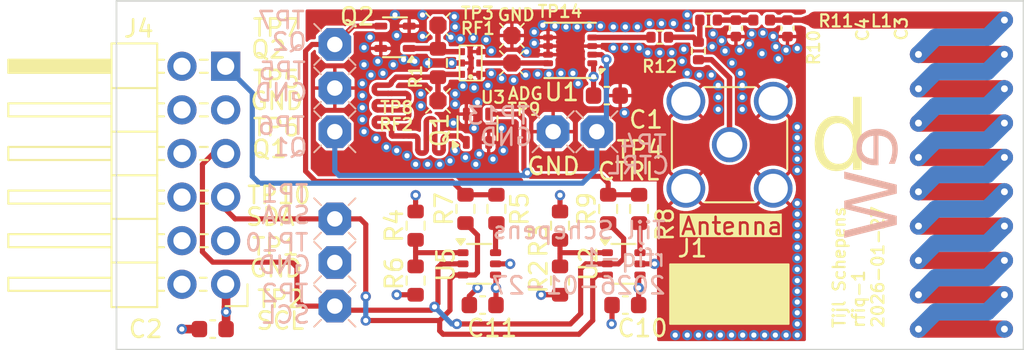
<source format=kicad_pcb>
(kicad_pcb (version 20241229) (generator "pcbnew") (generator_version "9.0")
  (title_block (date "2026-01-27") (rev "1a"))
  (layers (0 "F.Cu" signal) (4 "In1.Cu" signal) (6 "In2.Cu" signal) (2 "B.Cu" signal) (13 "F.Paste" user) (15 "B.Paste" user) (5 "F.SilkS" user "F.Silkscreen") (7 "B.SilkS" user "B.Silkscreen") (1 "F.Mask" user) (3 "B.Mask" user) (25 "Edge.Cuts" user))
  (property "ProjectEngineer" "Tijl Schepens")
  (property "ProjectName" "rfiq-1")
  (property "ProjectTitle" "IQ-modulator based RF-frontend")
  (net 0 "")
  (net 1 "GND")
  (net 2 "VCC")
  (net 3 "/IO1")
  (net 5 "/SDA")
  (net 6 "VBAT")
  (net 7 "/SCL")
  (net 9 "/ANT")
  (net 10 "/RF2")
  (net 11 "/RF1")
  (net 12 "/ADG")
  (net 13 "/GQ1")
  (net 14 "/GQ2")
  (net 15 "Net-(U2-ADDR)")
  (net 16 "Net-(U5-ADDR)")
  (net 17 "Net-(U5-VOUT)")
  (net 18 "Net-(U2-VOUT)")
  (net 19 "/PCB_ANT")
  (net 20 "/COMP")
  (net 21 "/ANT_CONN")
  (net 25 "/AS")
  (footprint "Package_TO_SOT_SMD:SC-82AA" (layer "F.Cu") (at 173.8 84.8 180)
    (property "Reference" "Q2")
    (property "Value" "SAV-551+" (hide yes))
  )
  (footprint "Generic:Testpoint_THT" (layer "F.Cu") (at 170.3 97.92)
    (property "Reference" "TP10")
    (property "Value" "GND" (hide yes))
  )
  (footprint "Generic:Testpoint_THT" (layer "F.Cu") (at 170.3 90.3)
    (property "Reference" "TP6")
    (property "Value" "Q1" (hide yes))
  )
  (footprint "Generic:Testpoint_SMD_S" (layer "F.Cu") (at 176.3 88.5)
    (property "Reference" "TP8")
    (property "Value" "RF2" (hide yes))
  )
  (footprint "Resistor_SMD:R_0402_1005Metric" (layer "F.Cu") (at 191.45 85.6 90)
    (property "Reference" "R10")
    (property "Value" "0" (hide yes))
  )
  (footprint "Generic:Testpoint_THT" (layer "F.Cu") (at 170.3 100.46)
    (property "Reference" "TP2")
    (property "Value" "SCL" (hide yes))
  )
  (footprint "Inductor_SMD:L_0402_1005Metric" (layer "F.Cu") (at 195.13 83.8 180)
    (property "Reference" "L1")
    (property "Value" "L" (hide yes))
  )
  (footprint "Generic:Testpoint_THT" (layer "F.Cu") (at 170.3 87.76)
    (property "Reference" "TP5")
    (property "Value" "GND" (hide yes))
  )
  (footprint "Generic:Testpoint_SMD_S" (layer "F.Cu") (at 176.3 84.1)
    (property "Reference" "TP3")
    (property "Value" "RF1" (hide yes))
  )
  (footprint "Capacitor_SMD:C_0603_1608Metric" (layer "F.Cu") (at 186.125 88.2)
    (property "Reference" "C1")
    (property "Value" "100nF" (hide yes))
  )
  (footprint "Capacitor_SMD:C_0402_1005Metric" (layer "F.Cu") (at 193.63 84.28 -90)
    (property "Reference" "C4")
    (property "Value" "C" (hide yes))
  )
  (footprint "Generic:Testpoint_THT" (layer "F.Cu") (at 185.54 90.3)
    (property "Reference" "TP4")
    (property "Value" "CTRL" (hide yes))
  )
  (footprint "Resistor_SMD:R_0603_1608Metric" (layer "F.Cu") (at 186.2 94.8 -90)
    (property "Reference" "R9")
    (property "Value" "0" (hide yes))
  )
  (footprint "Package_TO_SOT_SMD:SOT-363_SC-70-6" (layer "F.Cu") (at 178.7 98)
    (property "Reference" "U5")
    (property "Value" "AD5612AKSZ" (hide yes))
  )
  (footprint "Resistor_SMD:R_0603_1608Metric" (layer "F.Cu") (at 176.3 86.3 -90)
    (property "Reference" "R1")
    (property "Value" "100" (hide yes))
  )
  (footprint "Generic:Testpoint_THT" (layer "F.Cu") (at 170.3 85.22)
    (property "Reference" "TP7")
    (property "Value" "Q2" (hide yes))
  )
  (footprint "Resistor_SMD:R_0603_1608Metric" (layer "F.Cu") (at 183.4 98.975 -90)
    (property "Reference" "R2")
    (property "Value" "0" (hide yes))
  )
  (footprint "Resistor_SMD:R_0603_1608Metric" (layer "F.Cu") (at 177.9 94.8 -90)
    (property "Reference" "R7")
    (property "Value" "0" (hide yes))
  )
  (footprint "Generic:Testpoint_THT" (layer "F.Cu") (at 183 90.3)
    (property "Reference" "TP13" (hide yes))
    (property "Value" "GND" (hide yes))
  )
  (footprint "Resistor_SMD:R_0603_1608Metric" (layer "F.Cu") (at 188 94.8 -90)
    (property "Reference" "R8")
    (property "Value" "0" (hide yes))
  )
  (footprint "Capacitor_SMD:C_0603_1608Metric" (layer "F.Cu") (at 187.2 100.4 180)
    (property "Reference" "C10")
    (property "Value" "100nF" (hide yes))
  )
  (footprint "RF_Antenna:Texas_SWRA416_868MHz_915MHz" (layer "F.Cu") (at 203.45 92.8 -90)
    (property "Reference" "AE1" (hide yes))
    (property "Value" "SWRA416" (hide yes))
  )
  (footprint "Resistor_SMD:R_0603_1608Metric" (layer "F.Cu") (at 179.7 94.8 -90)
    (property "Reference" "R5")
    (property "Value" "0" (hide yes))
  )
  (footprint "Generic:Testpoint_THT" (layer "F.Cu") (at 170.3 95.38)
    (property "Reference" "TP1")
    (property "Value" "SDA" (hide yes))
  )
  (footprint "Resistor_SMD:R_0402_1005Metric" (layer "F.Cu") (at 189.2 84.8 180)
    (property "Reference" "R12")
    (property "Value" "0" (hide yes))
  )
  (footprint "Generic:Testpoint_SMD_S" (layer "F.Cu") (at 180.6 86.3)
    (property "Reference" "TP9")
    (property "Value" "ADG" (hide yes))
  )
  (footprint "Resistor_SMD:R_0603_1608Metric" (layer "F.Cu") (at 175 98.975 -90)
    (property "Reference" "R6")
    (property "Value" "0" (hide yes))
  )
  (footprint "Connector_Coaxial:SMA_Amphenol_901-144_Vertical" (layer "F.Cu") (at 193.26 91.06 -90)
    (property "Reference" "J1")
    (property "Value" "Antenna")
  )
  (footprint "Capacitor_SMD:C_0603_1608Metric" (layer "F.Cu") (at 178.9 100.4 180)
    (property "Reference" "C11")
    (property "Value" "100nF" (hide yes))
  )
  (footprint "TTM Technologies:PD0810J5050S2HF" (layer "F.Cu") (at 178.2 86.3 90)
    (property "Reference" "U3")
    (property "Value" "PD0810J5050S2HF" (hide yes))
  )
  (footprint "Generic:PMOD_2x06_P2.54mm_Male" (layer "F.Cu") (at 163.95 99.19 180)
    (property "Reference" "J4")
    (property "Value" "RF")
  )
  (footprint "Generic:Testpoint_SMD_S" (layer "F.Cu") (at 180.6 84.7)
    (property "Reference" "TP14")
    (property "Value" "GND" (hide yes))
  )
  (footprint "Resistor_SMD:R_0603_1608Metric" (layer "F.Cu") (at 175 95.775 -90)
    (property "Reference" "R4")
    (property "Value" "0" (hide yes))
  )
  (footprint "Resistor_SMD:R_0603_1608Metric" (layer "F.Cu") (at 183.4 95.775 -90)
    (property "Reference" "R3")
    (property "Value" "0" (hide yes))
  )
  (footprint "Package_TO_SOT_SMD:SC-82AA" (layer "F.Cu") (at 178.6 90.1 90)
    (property "Reference" "Q1")
    (property "Value" "SAV-551+" (hide yes))
  )
  (footprint "Resistor_SMD:R_0402_1005Metric" (layer "F.Cu") (at 192.04 83.8)
    (property "Reference" "R11")
    (property "Value" "0" (hide yes))
  )
  (footprint "Capacitor_SMD:C_0402_1005Metric" (layer "F.Cu") (at 196.63 84.28 -90)
    (property "Reference" "C3")
    (property "Value" "C" (hide yes))
  )
  (footprint "Capacitor_SMD:C_0603_1608Metric" (layer "F.Cu") (at 163.2 101.8 180)
    (property "Reference" "C2")
    (property "Value" "10µF" (hide yes))
  )
  (footprint "Package_CSP:LFCSP-8-1EP_3x3mm_P0.5mm_EP1.45x1.74mm" (layer "F.Cu") (at 183.99 85.565 180)
    (property "Reference" "U1")
    (property "Value" "ADG901BCPZ" (hide yes))
  )
  (footprint "Package_TO_SOT_SMD:SOT-363_SC-70-6" (layer "F.Cu") (at 187.1 98)
    (property "Reference" "U2")
    (property "Value" "AD5612AKSZ" (hide yes))
  )
  (gr_rect (start 189.8 98.025) (end 196.7 101.5) (stroke (width 0.1)) (fill yes) (layer "F.SilkS"))
  (gr_rect (start 157.6 82.68) (end 210.36 103) (stroke (width 0.1)) (fill no) (layer "Edge.Cuts"))
  (gr_text "${ProjectEngineer}\n${ProjectName}\n${ISSUE_DATE}" (at 202.3 101.8 90) (layer "F.SilkS") (effects (font (size 0.7 0.7) (thickness 0.13) (bold yes)) (justify left bottom)))
  (gr_text "d" (at 197.9 93.2 0) (layer "F.SilkS") (effects (font (size 4 4) (thickness 0.1)) (justify left bottom)))
  (gr_text "${ProjectEngineer}\n${ProjectName}\n${ISSUE_DATE}" (at 189.625 99.85 0) (layer "B.SilkS") (effects (font (size 1 1)) (justify left bottom mirror)))
  (gr_text "eW" (at 203.5 89.9 90) (layer "B.SilkS") (effects (font (size 3 3) (thickness 0.1)) (justify left bottom mirror)))
  (segment (start 186.425 100.4) (end 186.425 101.475) (width 0.3) (layer "F.Cu") (net 1))
  (segment (start 178.6915 86.96) (end 179.35 86.96) (width 0.32) (layer "F.Cu") (net 1))
  (segment (start 179.65 98) (end 180.5 98) (width 0.3) (layer "F.Cu") (net 1))
  (segment (start 162.425 101.8) (end 161.4 101.8) (width 0.5) (layer "F.Cu") (net 1))
  (segment (start 188.05 98) (end 188.9 98) (width 0.3) (layer "F.Cu") (net 1))
  (segment (start 178.125 99.875) (end 178.6 99.4) (width 0.3) (layer "F.Cu") (net 1))
  (segment (start 178.125 100.4) (end 178.125 99.875) (width 0.3) (layer "F.Cu") (net 1))
  (segment (start 186.425 101.475) (end 186.4 101.5) (width 0.3) (layer "F.Cu") (net 1))
  (segment (start 179.35 86.96) (end 179.4 86.91) (width 0.32) (layer "F.Cu") (net 1))
  (segment (start 175 99.8) (end 173.9 99.8) (width 0.3) (layer "F.Cu") (net 1))
  (segment (start 179.36 85.64) (end 179.4 85.6) (width 0.32) (layer "F.Cu") (net 1))
  (segment (start 177.705 86.3) (end 177.1 86.3) (width 0.32) (layer "F.Cu") (net 1))
  (segment (start 183.4 99.8) (end 182.3 99.8) (width 0.3) (layer "F.Cu") (net 1))
  (segment (start 174.625 84.15) (end 174.45 84.15) (width 0.3) (layer "F.Cu") (net 1))
  (segment (start 178.695 85.64) (end 179.36 85.64) (width 0.32) (layer "F.Cu") (net 1))
  (via (at 181.9 84.5) (size 0.6) (drill 0.3) (layers "F.Cu" "B.Cu") (net 1))
  (via (at 177.9 91.8) (size 0.6) (drill 0.3) (layers "F.Cu" "B.Cu") (net 1))
  (via (at 182.1 86.95) (size 0.6) (drill 0.3) (layers "F.Cu" "B.Cu") (net 1))
  (via (at 174.95 86.2) (size 0.6) (drill 0.3) (layers "F.Cu" "B.Cu") (net 1))
  (via (at 197.2 97.675) (size 0.6) (drill 0.3) (layers "F.Cu" "B.Cu") (net 1))
  (via (at 197.2 100.225) (size 0.6) (drill 0.3) (layers "F.Cu" "B.Cu") (net 1))
  (via (at 171.9 87.5) (size 0.6) (drill 0.3) (layers "F.Cu" "B.Cu") (net 1))
  (via (at 190.5 86.2) (size 0.6) (drill 0.3) (layers "F.Cu" "B.Cu") (net 1))
  (via (at 197.2 92.55) (size 0.6) (drill 0.3) (layers "F.Cu" "B.Cu") (net 1))
  (via (at 177.75 87.65) (size 0.6) (drill 0.3) (layers "F.Cu" "B.Cu") (net 1))
  (via (at 194 88.3) (size 0.6) (drill 0.3) (layers "F.Cu" "B.Cu") (net 1))
  (via (at 178.5 92.2) (size 0.6) (drill 0.3) (layers "F.Cu" "B.Cu") (net 1))
  (via (at 192.3 84.6) (size 0.6) (drill 0.3) (layers "F.Cu" "B.Cu") (net 1))
  (via (at 186.5 85.425) (size 0.6) (drill 0.3) (layers "F.Cu" "B.Cu") (net 1))
  (via (at 177.1 86.3) (size 0.6) (drill 0.3) (layers "F.Cu" "B.Cu") (net 1))
  (via (at 190.8 83.5) (size 0.6) (drill 0.3) (layers "F.Cu" "B.Cu") (net 1))
  (via (at 177.3 88.1) (size 0.6) (drill 0.3) (layers "F.Cu" "B.Cu") (net 1))
  (via (at 197.2 95.725) (size 0.6) (drill 0.3) (layers "F.Cu" "B.Cu") (net 1))
  (via (at 175.4 84.75) (size 0.6) (drill 0.3) (layers "F.Cu" "B.Cu") (net 1))
  (via (at 180.5 98) (size 0.6) (drill 0.3) (layers "F.Cu" "B.Cu") (net 1))
  (via (at 171.9 89.6) (size 0.6) (drill 0.3) (layers "F.Cu" "B.Cu") (net 1))
  (via (at 193.375 102.15) (size 0.6) (drill 0.3) (layers "F.Cu" "B.Cu") (net 1))
  (via (at 177.3 88.7) (size 0.6) (drill 0.3) (layers "F.Cu" "B.Cu") (net 1))
  (via (at 177.3 84.2) (size 0.6) (drill 0.3) (layers "F.Cu" "B.Cu") (net 1))
  (via (at 182.3 99.8) (size 0.6) (drill 0.3) (layers "F.Cu" "B.Cu") (net 1))
  (via (at 177.3 91.4) (size 0.6) (drill 0.3) (layers "F.Cu" "B.Cu") (net 1))
  (via (at 171.9 88.2) (size 0.6) (drill 0.3) (layers "F.Cu" "B.Cu") (net 1))
  (via (at 189.9 85.7) (size 0.6) (drill 0.3) (layers "F.Cu" "B.Cu") (net 1))
  (via (at 182.4 84.1) (size 0.6) (drill 0.3) (layers "F.Cu" "B.Cu") (net 1))
  (via (at 197.2 98.325) (size 0.6) (drill 0.3) (layers "F.Cu" "B.Cu") (net 1))
  (via (at 197.2 97.025) (size 0.6) (drill 0.3) (layers "F.Cu" "B.Cu") (net 1))
  (via (at 173.1 86.9) (size 0.6) (drill 0.3) (layers "F.Cu" "B.Cu") (net 1))
  (via (at 192.6 88.3) (size 0.6) (drill 0.3) (layers "F.Cu" "B.Cu") (net 1))
  (via (at 195.925 102.15) (size 0.6) (drill 0.3) (layers "F.Cu" "B.Cu") (net 1))
  (via (at 197.2 98.975) (size 0.6) (drill 0.3) (layers "F.Cu" "B.Cu") (net 1))
  (via (at 197.2 102.15) (size 0.6) (drill 0.3) (layers "F.Cu" "B.Cu") (net 1))
  (via (at 188.6 84) (size 0.6) (drill 0.3) (layers "F.Cu" "B.Cu") (net 1))
  (via (at 172.35 84.8) (size 0.6) (drill 0.3) (layers "F.Cu" "B.Cu") (net 1))
  (via (at 197.2 95.1) (size 0.6) (drill 0.3) (layers "F.Cu" "B.Cu") (net 1))
  (via (at 193 85.6) (size 0.6) (drill 0.3) (layers "F.Cu" "B.Cu") (net 1))
  (via (at 197.2 91.275) (size 0.6) (drill 0.3) (layers "F.Cu" "B.Cu") (net 1))
  (via (at 185.1 84.15) (size 0.6) (drill 0.3) (layers "F.Cu" "B.Cu") (net 1))
  (via (at 172.8 86.2) (size 0.6) (drill 0.3) (layers "F.Cu" "B.Cu") (net 1))
  (via (at 173.9 84.7) (size 0.6) (drill 0.3) (layers "F.Cu" "B.Cu") (net 1))
  (via (at 187.2 85.425) (size 0.6) (drill 0.3) (layers "F.Cu" "B.Cu") (net 1))
  (via (at 175.4 83.5) (size 0.6) (drill 0.3) (layers "F.Cu" "B.Cu") (net 1))
  (via (at 184.4 84.2) (size 0.6) (drill 0.3) (layers "F.Cu" "B.Cu") (net 1))
  (via (at 178.35 84.85) (size 0.6) (drill 0.3) (layers "F.Cu" "B.Cu") (net 1))
  (via (at 191.45 102.15) (size 0.6) (drill 0.3) (layers "F.Cu" "B.Cu") (net 1))
  (via (at 190.8 84.19) (size 0.6) (drill 0.3) (layers "F.Cu" "B.Cu") (net 1))
  (via (at 178.4 90.1) (size 0.6) (drill 0.3) (layers "F.Cu" "B.Cu") (net 1))
  (via (at 195.15 85.75) (size 0.6) (drill 0.3) (layers "F.Cu" "B.Cu") (net 1))
  (via (at 184.15 86.9) (size 0.6) (drill 0.3) (layers "F.Cu" "B.Cu") (net 1))
  (via (at 193.4 86.3) (size 0.6) (drill 0.3) (layers "F.Cu" "B.Cu") (net 1))
  (via (at 181.45 85.65) (size 0.6) (drill 0.3) (layers "F.Cu" "B.Cu") (net 1))
  (via (at 192.6 89) (size 0.6) (drill 0.3) (layers "F.Cu" "B.Cu") (net 1))
  (via (at 182.75 86.95) (size 0.6) (drill 0.3) (layers "F.Cu" "B.Cu") (net 1))
  (via (at 192.1 102.15) (size 0.6) (drill 0.3) (layers "F.Cu" "B.Cu") (net 1))
  (via (at 194.4 85.2) (size 0.6) (drill 0.3) (layers "F.Cu" "B.Cu") (net 1))
  (via (at 189.2 85.7) (size 0.6) (drill 0.3) (layers "F.Cu" "B.Cu") (net 1))
  (via (at 188.9 98) (size 0.6) (drill 0.3) (layers "F.Cu" "B.Cu") (net 1))
  (via (at 195.95 85.35) (size 0.6) (drill 0.3) (layers "F.Cu" "B.Cu") (net 1))
  (via (at 187.15 89.2) (size 0.6) (drill 0.3) (layers "F.Cu" "B.Cu") (net 1))
  (via (at 192.6 87.6) (size 0.6) (drill 0.3) (layers "F.Cu" "B.Cu") (net 1))
  (via (at 177 92) (size 0.6) (drill 0.3) (layers "F.Cu" "B.Cu") (net 1))
  (via (at 177.25 83.6) (size 0.6) (drill 0.3) (layers "F.Cu" "B.Cu") (net 1))
  (via (at 183.1 84.15) (size 0.6) (drill 0.3) (layers "F.Cu" "B.Cu") (net 1))
  (via (at 192.25 85.35) (size 0.6) (drill 0.3) (layers "F.Cu" "B.Cu") (net 1))
  (via (at 183.75 84.2) (size 0.6) (drill 0.3) (layers "F.Cu" "B.Cu") (net 1))
  (via (at 172 86.4) (size 0.6) (drill 0.3) (layers "F.Cu" "B.Cu") (net 1))
  (via (at 190.8 102.15) (size 0.6) (drill 0.3) (layers "F.Cu" "B.Cu") (net 1))
  (via (at 178.7 91.6) (size 0.6) (drill 0.3) (layers "F.Cu" "B.Cu") (net 1))
  (via (at 185.75 84.15) (size 0.6) (drill 0.3) (layers "F.Cu" "B.Cu") (net 1))
  (via (at 173.3 91.2) (size 0.6) (drill 0.3) (layers "F.Cu" "B.Cu") (net 1))
  (via (at 197.2 90.65) (size 0.6) (drill 0.3) (layers "F.Cu" "B.Cu") (net 1))
  (via (at 194 89) (size 0.6) (drill 0.3) (layers "F.Cu" "B.Cu") (net 1))
  (via (at 184.45 87.5) (size 0.6) (drill 0.3) (layers "F.Cu" "B.Cu") (net 1))
  (via (at 194.025 102.15) (size 0.6) (drill 0.3) (layers "F.Cu" "B.Cu") (net 1))
  (via (at 196.1 86.05) (size 0.6) (drill 0.3) (layers "F.Cu" "B.Cu") (net 1))
  (via (at 187.2 84.2) (size 0.6) (drill 0.3) (layers "F.Cu" "B.Cu") (net 1))
  (via (at 194.55 84.6) (size 0.6) (drill 0.3) (layers "F.Cu" "B.Cu") (net 1))
  (via (at 175.7 86.3) (size 0.6) (drill 0.3) (layers "F.Cu" "B.Cu") (net 1))
  (via (at 197.2 99.6) (size 0.6) (drill 0.3) (layers "F.Cu" "B.Cu") (net 1))
  (via (at 187.9 84.2) (size 0.6) (drill 0.3) (layers "F.Cu" "B.Cu") (net 1))
  (via (at 180.7 87.3) (size 0.6) (drill 0.3) (layers "F.Cu" "B.Cu") (net 1))
  (via (at 194.675 102.15) (size 0.6) (drill 0.3) (layers "F.Cu" "B.Cu") (net 1))
  (via (at 188 85.425) (size 0.6) (drill 0.3) (layers "F.Cu" "B.Cu") (net 1))
  (via (at 174.5 91.7) (size 0.6) (drill 0.3) (layers "F.Cu" "B.Cu") (net 1))
  (via (at 190.1 102.15) (size 0.6) (drill 0.3) (layers "F.Cu" "B.Cu") (net 1))
  (via (at 193.85 85.55) (size 0.6) (drill 0.3) (layers "F.Cu" "B.Cu") (net 1))
  (via (at 189.3 84) (size 0.6) (drill 0.3) (layers "F.Cu" "B.Cu") (net 1))
  (via (at 177.2 89.8) (size 0.6) (drill 0.3) (layers "F.Cu" "B.Cu") (net 1))
  (via (at 181.9 85.15) (size 0.6) (drill 0.3) (layers "F.Cu" "B.Cu") (net 1))
  (via (at 175 92.2) (size 0.6) (drill 0.3) (layers "F.Cu" "B.Cu") (net 1))
  (via (at 197.2 85.45) (size 0.6) (drill 0.3) (layers "F.Cu" "B.Cu") (net 1))
  (via (at 178.4 87.75) (size 0.6) (drill 0.3) (layers "F.Cu" "B.Cu") (net 1))
  (via (at 194 87.6) (size 0.6) (drill 0.3) (layers "F.Cu" "B.Cu") (net 1))
  (via (at 176.4 92.2) (size 0.6) (drill 0.3) (layers "F.Cu" "B.Cu") (net 1))
  (via (at 177.05 84.8) (size 0.6) (drill 0.3) (layers "F.Cu" "B.Cu") (net 1))
  (via (at 186.4 101.5) (size 0.6) (drill 0.3) (layers "F.Cu" "B.Cu") (net 1))
  (via (at 172.7 90.7) (size 0.6) (drill 0.3) (layers "F.Cu" "B.Cu") (net 1))
  (via (at 175.7 92.2) (size 0.6) (drill 0.3) (layers "F.Cu" "B.Cu") (net 1))
  (via (at 192.8 85) (size 0.6) (drill 0.3) (layers "F.Cu" "B.Cu") (net 1))
  (via (at 195.2 84.55) (size 0.6) (drill 0.3) (layers "F.Cu" "B.Cu") (net 1))
  (via (at 173.9 91.4) (size 0.6) (drill 0.3) (layers "F.Cu" "B.Cu") (net 1))
  (via (at 183.45 86.9) (size 0.6) (drill 0.3) (layers "F.Cu" "B.Cu") (net 1))
  (via (at 179.2 87.6) (size 0.6) (drill 0.3) (layers "F.Cu" "B.Cu") (net 1))
  (via (at 181.4 87) (size 0.6) (drill 0.3) (layers "F.Cu" "B.Cu") (net 1))
  (via (at 172 90.3) (size 0.6) (drill 0.3) (layers "F.Cu" "B.Cu") (net 1))
  (via (at 197.2 94.475) (size 0.6) (drill 0.3) (layers "F.Cu" "B.Cu") (net 1))
  (via (at 173.8 83.5) (size 0.6) (drill 0.3) (layers "F.Cu" "B.Cu") (net 1))
  (via (at 175.3 88.1) (size 0.6) (drill 0.3) (layers "F.Cu" "B.Cu") (net 1))
  (via (at 179.4 85.6) (size 0.6) (drill 0.3) (layers "F.Cu" "B.Cu") (net 1))
  (via (at 192.725 102.15) (size 0.6) (drill 0.3) (layers "F.Cu" "B.Cu") (net 1))
  (via (at 180.1 91.4) (size 0.6) (drill 0.3) (layers "F.Cu" "B.Cu") (net 1))
  (via (at 175.3 88.8) (size 0.6) (drill 0.3) (layers "F.Cu" "B.Cu") (net 1))
  (via (at 197.2 101.5) (size 0.6) (drill 0.3) (layers "F.Cu" "B.Cu") (net 1))
  (via (at 196.55 85.55) (size 0.6) (drill 0.3) (layers "F.Cu" "B.Cu") (net 1))
  (via (at 174.3 86.1) (size 0.6) (drill 0.3) (layers "F.Cu" "B.Cu") (net 1))
  (via (at 173.7 86.4) (size 0.6) (drill 0.3) (layers "F.Cu" "B.Cu") (net 1))
  (via (at 193.9 86.9) (size 0.6) (drill 0.3) (layers "F.Cu" "B.Cu") (net 1))
  (via (at 197.2 100.85) (size 0.6) (drill 0.3) (layers "F.Cu" "B.Cu") (net 1))
  (via (at 197.2 96.375) (size 0.6) (drill 0.3) (layers "F.Cu" "B.Cu") (net 1))
  (via (at 178.6 88.6) (size 0.6) (drill 0.3) (layers "F.Cu" "B.Cu") (net 1))
  (via (at 197.2 91.9) (size 0.6) (drill 0.3) (layers "F.Cu" "B.Cu") (net 1))
  (via (at 190.6 85.5) (size 0.6) (drill 0.3) (layers "F.Cu" "B.Cu") (net 1))
  (via (at 178.6 99.4) (size 0.6) (drill 0.3) (layers "F.Cu" "B.Cu") (net 1))
  (via (at 195.8 84.75) (size 0.6) (drill 0.3) (layers "F.Cu" "B.Cu") (net 1))
  (via (at 192.2 87) (size 0.6) (drill 0.3) (layers "F.Cu" "B.Cu") (net 1))
  (via (at 179.5 91.9) (size 0.6) (drill 0.3) (layers "F.Cu" "B.Cu") (net 1))
  (via (at 188.5 85.7) (size 0.6) (drill 0.3) (layers "F.Cu" "B.Cu") (net 1))
  (via (at 172 85.4) (size 0.6) (drill 0.3) (layers "F.Cu" "B.Cu") (net 1))
  (via (at 161.4 101.8) (size 0.6) (drill 0.3) (layers "F.Cu" "B.Cu") (net 1))
  (via (at 179.4 86.91) (size 0.6) (drill 0.3) (layers "F.Cu" "B.Cu") (net 1))
  (via (at 171.9 88.9) (size 0.6) (drill 0.3) (layers "F.Cu" "B.Cu") (net 1))
  (via (at 195.3 102.15) (size 0.6) (drill 0.3) (layers "F.Cu" "B.Cu") (net 1))
  (via (at 179.1 84.95) (size 0.6) (drill 0.3) (layers "F.Cu" "B.Cu") (net 1))
  (via (at 177.6 84.9) (size 0.6) (drill 0.3) (layers "F.Cu" "B.Cu") (net 1))
  (via (at 180 90.1) (size 0.6) (drill 0.3) (layers "F.Cu" "B.Cu") (net 1))
  (via (at 190 84) (size 0.6) (drill 0.3) (layers "F.Cu" "B.Cu") (net 1))
  (via (at 186.5 84.2) (size 0.6) (drill 0.3) (layers "F.Cu" "B.Cu") (net 1))
  (via (at 197.2 90.025) (size 0.6) (drill 0.3) (layers "F.Cu" "B.Cu") (net 1))
  (via (at 172.4 87) (size 0.6) (drill 0.3) (layers "F.Cu" "B.Cu") (net 1))
  (via (at 173.9 99.8) (size 0.6) (drill 0.3) (layers "F.Cu" "B.Cu") (net 1))
  (via (at 196.55 102.15) (size 0.6) (drill 0.3) (layers "F.Cu" "B.Cu") (net 1))
  (via (at 180 87.2) (size 0.6) (drill 0.3) (layers "F.Cu" "B.Cu") (net 1))
  (via (at 191.5 87) (size 0.6) (drill 0.3) (layers "F.Cu" "B.Cu") (net 1))
  (via (at 190.8 86.9) (size 0.6) (drill 0.3) (layers "F.Cu" "B.Cu") (net 1))
  (segment (start 185.35 88.2) (end 185.35 86.3875) (width 0.3) (layer "F.Cu") (net 2))
  (segment (start 163.975 100.5) (end 163.975 99.215) (width 0.5) (layer "F.Cu") (net 2))
  (segment (start 187.975 98.725) (end 188.05 98.65) (width 0.3) (layer "F.Cu") (net 2))
  (segment (start 163.975 100.5) (end 163.975 100.8) (width 0.5) (layer "F.Cu") (net 2))
  (segment (start 179.675 100.4) (end 179.675 98.675) (width 0.3) (layer "F.Cu") (net 2))
  (segment (start 187.975 99.4) (end 187.975 98.725) (width 0.3) (layer "F.Cu") (net 2))
  (segment (start 163.975 99.215) (end 163.95 99.19) (width 0.5) (layer "F.Cu") (net 2))
  (segment (start 183.4 94.95) (end 183.4 94) (width 0.3) (layer "F.Cu") (net 2))
  (segment (start 187.975 100.4) (end 187.975 99.4) (width 0.3) (layer "F.Cu") (net 2))
  (segment (start 179.675 98.675) (end 179.65 98.65) (width 0.3) (layer "F.Cu") (net 2))
  (segment (start 163.975 101.8) (end 163.975 100.5) (width 0.5) (layer "F.Cu") (net 2))
  (segment (start 185.35 86.3875) (end 185.2775 86.315) (width 0.3) (layer "F.Cu") (net 2))
  (segment (start 175 94.95) (end 175 94) (width 0.3) (layer "F.Cu") (net 2))
  (via (at 163.975 100.8) (size 0.6) (drill 0.3) (layers "F.Cu" "B.Cu") (net 2))
  (via (at 179.675 99.4) (size 0.6) (drill 0.3) (layers "F.Cu" "B.Cu") (net 2))
  (via (at 187.975 99.4) (size 0.6) (drill 0.3) (layers "F.Cu" "B.Cu") (net 2))
  (via (at 175 94) (size 0.6) (drill 0.3) (layers "F.Cu" "B.Cu") (net 2))
  (via (at 183.4 94) (size 0.6) (drill 0.3) (layers "F.Cu" "B.Cu") (net 2))
  (via (at 185.35 87.1) (size 0.6) (drill 0.3) (layers "F.Cu" "B.Cu") (net 2))
  (segment (start 185.815 85.815) (end 185.2775 85.815) (width 0.3) (layer "F.Cu") (net 3))
  (segment (start 186.1 86.1) (end 185.815 85.815) (width 0.3) (layer "F.Cu") (net 3))
  (via (at 186.1 86.1) (size 0.6) (drill 0.3) (layers "F.Cu" "B.Cu") (net 3))
  (segment (start 165.5 92.9) (end 165.9 93.3) (width 0.3) (layer "B.Cu") (net 3))
  (segment (start 186.1 86.1) (end 186.1 89.74) (width 0.3) (layer "B.Cu") (net 3))
  (segment (start 165.5 88.04) (end 165.5 92.9) (width 0.3) (layer "B.Cu") (net 3))
  (segment (start 163.95 86.49) (end 165.5 88.04) (width 0.3) (layer "B.Cu") (net 3))
  (segment (start 184.7 93.3) (end 185.54 92.46) (width 0.3) (layer "B.Cu") (net 3))
  (segment (start 185.54 92.46) (end 185.54 90.3) (width 0.3) (layer "B.Cu") (net 3))
  (segment (start 165.9 93.3) (end 184.7 93.3) (width 0.3) (layer "B.Cu") (net 3))
  (segment (start 186.1 89.74) (end 185.54 90.3) (width 0.3) (layer "B.Cu") (net 3))
  (segment (start 177 100.7) (end 176.4 101.3) (width 0.3) (layer "F.Cu") (net 5))
  (segment (start 172.1 101.3) (end 176.4 101.3) (width 0.3) (layer "F.Cu") (net 5))
  (segment (start 177.75 98.65) (end 177.25 98.65) (width 0.3) (layer "F.Cu") (net 5))
  (segment (start 171.78 95.38) (end 170.3 95.38) (width 0.3) (layer "F.Cu") (net 5))
  (segment (start 184.5 102.1) (end 176.6 102.1) (width 0.3) (layer "F.Cu") (net 5))
  (segment (start 163.95 94.11) (end 163.95 94.83) (width 0.3) (layer "F.Cu") (net 5))
  (segment (start 177.25 98.65) (end 177 98.9) (width 0.3) (layer "F.Cu") (net 5))
  (segment (start 176.4 101.9) (end 176.4 101.3) (width 0.3) (layer "F.Cu") (net 5))
  (segment (start 176.6 102.1) (end 176.4 101.9) (width 0.3) (layer "F.Cu") (net 5))
  (segment (start 177.75 98.65) (end 178.45 98.65) (width 0.3) (layer "F.Cu") (net 5))
  (segment (start 185.3 101.3) (end 184.5 102.1) (width 0.3) (layer "F.Cu") (net 5))
  (segment (start 164.5 95.38) (end 170.3 95.38) (width 0.3) (layer "F.Cu") (net 5))
  (segment (start 185.55 98.65) (end 185.3 98.9) (width 0.3) (layer "F.Cu") (net 5))
  (segment (start 172.1 99.9) (end 172.1 95.7) (width 0.3) (layer "F.Cu") (net 5))
  (segment (start 186.15 98.65) (end 185.55 98.65) (width 0.3) (layer "F.Cu") (net 5))
  (segment (start 178.45 98.65) (end 178.6 98.5) (width 0.3) (layer "F.Cu") (net 5))
  (segment (start 172.1 95.7) (end 171.78 95.38) (width 0.3) (layer "F.Cu") (net 5))
  (segment (start 185.3 98.9) (end 185.3 101.3) (width 0.3) (layer "F.Cu") (net 5))
  (segment (start 163.95 94.83) (end 164.5 95.38) (width 0.3) (layer "F.Cu") (net 5))
  (segment (start 178.6 98.5) (end 178.6 96.325) (width 0.3) (layer "F.Cu") (net 5))
  (segment (start 177 98.9) (end 177 100.7) (width 0.3) (layer "F.Cu") (net 5))
  (segment (start 178.6 96.325) (end 177.9 95.625) (width 0.3) (layer "F.Cu") (net 5))
  (via (at 172.1 99.9) (size 0.6) (drill 0.3) (layers "F.Cu" "B.Cu") (net 5))
  (via (at 172.1 101.3) (size 0.6) (drill 0.3) (layers "F.Cu" "B.Cu") (net 5))
  (segment (start 172.1 101.3) (end 172.1 99.9) (width 0.3) (layer "B.Cu") (net 5))
  (segment (start 186.15 98) (end 184.9 98) (width 0.3) (layer "F.Cu") (net 7))
  (segment (start 162.6 92.2) (end 162.6 97.3) (width 0.3) (layer "F.Cu") (net 7))
  (segment (start 186.15 98) (end 186.8 98) (width 0.3) (layer "F.Cu") (net 7))
  (segment (start 168.1 100.1) (end 168.46 100.46) (width 0.3) (layer "F.Cu") (net 7))
  (segment (start 176.3 100.3) (end 176.1 100.5) (width 0.3) (layer "F.Cu") (net 7))
  (segment (start 176.3 98.2) (end 176.3 100.3) (width 0.3) (layer "F.Cu") (net 7))
  (segment (start 186.8 98) (end 187.1 97.7) (width 0.3) (layer "F.Cu") (net 7))
  (segment (start 175.9 100.7) (end 170.54 100.7) (width 0.3) (layer "F.Cu") (net 7))
  (segment (start 163.2 97.9) (end 167.8 97.9) (width 0.3) (layer "F.Cu") (net 7))
  (segment (start 184.6 100.9) (end 184.3 101.2) (width 0.3) (layer "F.Cu") (net 7))
  (segment (start 162.6 97.3) (end 163.2 97.9) (width 0.3) (layer "F.Cu") (net 7))
  (segment (start 184.3 101.2) (end 184 101.5) (width 0.3) (layer "F.Cu") (net 7))
  (segment (start 170.54 100.7) (end 170.3 100.46) (width 0.3) (layer "F.Cu") (net 7))
  (segment (start 168.46 100.46) (end 170.3 100.46) (width 0.3) (layer "F.Cu") (net 7))
  (segment (start 167.8 97.9) (end 168.1 98.2) (width 0.3) (layer "F.Cu") (net 7))
  (segment (start 176.5 98) (end 176.3 98.2) (width 0.3) (layer "F.Cu") (net 7))
  (segment (start 184.9 98) (end 184.6 98.3) (width 0.3) (layer "F.Cu") (net 7))
  (segment (start 176.1 100.5) (end 175.9 100.7) (width 0.3) (layer "F.Cu") (net 7))
  (segment (start 184.6 98.3) (end 184.6 100.9) (width 0.3) (layer "F.Cu") (net 7))
  (segment (start 187.1 97.7) (end 187.1 96.525) (width 0.3) (layer "F.Cu") (net 7))
  (segment (start 179 101.5) (end 177.4 101.5) (width 0.3) (layer "F.Cu") (net 7))
  (segment (start 187.1 96.525) (end 186.2 95.625) (width 0.3) (layer "F.Cu") (net 7))
  (segment (start 184 101.5) (end 179 101.5) (width 0.3) (layer "F.Cu") (net 7))
  (segment (start 168.1 98.2) (end 168.1 100.1) (width 0.3) (layer "F.Cu") (net 7))
  (segment (start 163.95 91.57) (end 163.23 91.57) (width 0.3) (layer "F.Cu") (net 7))
  (segment (start 163.23 91.57) (end 162.6 92.2) (width 0.3) (layer "F.Cu") (net 7))
  (segment (start 177.75 98) (end 176.5 98) (width 0.3) (layer "F.Cu") (net 7))
  (via (at 177.4 101.5) (size 0.6) (drill 0.3) (layers "F.Cu" "B.Cu") (net 7))
  (via (at 176.1 100.5) (size 0.6) (drill 0.3) (layers "F.Cu" "B.Cu") (net 7))
  (segment (start 177.4 101.5) (end 177.1 101.5) (width 0.3) (layer "B.Cu") (net 7))
  (segment (start 177.1 101.5) (end 176.1 100.5) (width 0.3) (layer "B.Cu") (net 7))
  (segment (start 185.2775 84.815) (end 188.675 84.815) (width 0.32) (layer "F.Cu") (net 9))
  (segment (start 188.675 84.815) (end 188.69 84.8) (width 0.32) (layer "F.Cu") (net 9))
  (segment (start 173.408 89.512) (end 172.792 89.512) (width 0.32) (layer "F.Cu") (net 10))
  (segment (start 173.6 89.512) (end 173.408 89.512) (width 0.32) (layer "F.Cu") (net 10))
  (segment (start 172.792 88.072) (end 173.408 88.072) (width 0.32) (layer "F.Cu") (net 10))
  (segment (start 177.705 86.96) (end 176.465 86.96) (width 0.32) (layer "F.Cu") (net 10))
  (segment (start 172.792 89.992) (end 173.408 89.992) (width 0.32) (layer "F.Cu") (net 10))
  (segment (start 176.3 87.125) (end 173.875 87.125) (width 0.32) (layer "F.Cu") (net 10))
  (segment (start 173.875 87.125) (end 173.6 87.4) (width 0.32) (layer "F.Cu") (net 10))
  (segment (start 174.408 89.512) (end 173.6 89.512) (width 0.32) (layer "F.Cu") (net 10))
  (segment (start 176.111759 90.55) (end 176.111759 89.746) (width 0.32) (layer "F.Cu") (net 10))
  (segment (start 173.6 88.072) (end 174.408 88.072) (width 0.32) (layer "F.Cu") (net 10))
  (segment (start 174.6 88.264) (end 174.6 88.36) (width 0.32) (layer "F.Cu") (net 10))
  (segment (start 173.6 90.28) (end 173.6 90.5) (width 0.32) (layer "F.Cu") (net 10))
  (segment (start 175.131759 91.354) (end 175.131759 90.746) (width 0.32) (layer "F.Cu") (net 10))
  (segment (start 173.6 89.032) (end 174.408 89.032) (width 0.32) (layer "F.Cu") (net 10))
  (segment (start 173.408 88.072) (end 173.6 88.072) (width 0.32) (layer "F.Cu") (net 10))
  (segment (start 175.621759 90.55) (end 175.621759 90.746) (width 0.32) (layer "F.Cu") (net 10))
  (segment (start 176.3 87.125) (end 176.3 88.5) (width 0.32) (layer "F.Cu") (net 10))
  (segment (start 174.408 88.552) (end 173.6 88.552) (width 0.32) (layer "F.Cu") (net 10))
  (segment (start 177.575 90.55) (end 177.95 90.925) (width 0.32) (layer "F.Cu") (net 10))
  (segment (start 175.425759 91.55) (end 175.327759 91.55) (width 0.32) (layer "F.Cu") (net 10))
  (segment (start 173.6 88.552) (end 172.792 88.552) (width 0.32) (layer "F.Cu") (net 10))
  (segment (start 172.792 89.032) (end 173.6 89.032) (width 0.32) (layer "F.Cu") (net 10))
  (segment (start 174.935759 90.55) (end 174.837759 90.55) (width 0.32) (layer "F.Cu") (net 10))
  (segment (start 173.65 90.55) (end 173.6 90.5) (width 0.32) (layer "F.Cu") (net 10))
  (segment (start 176.111759 90.746) (end 176.111759 90.55) (width 0.32) (layer "F.Cu") (net 10))
  (segment (start 172.6 88.744) (end 172.6 88.84) (width 0.32) (layer "F.Cu") (net 10))
  (segment (start 174.6 90.55) (end 174.30103 90.55) (width 0.32) (layer "F.Cu") (net 10))
  (segment (start 176.465 86.96) (end 176.3 87.125) (width 0.32) (layer "F.Cu") (net 10))
  (segment (start 174.6 89.224) (end 174.6 89.32) (width 0.32) (layer "F.Cu") (net 10))
  (segment (start 172.6 87.784) (end 172.6 87.88) (width 0.32) (layer "F.Cu") (net 10))
  (segment (start 175.621759 89.746) (end 175.621759 90.55) (width 0.32) (layer "F.Cu") (net 10))
  (segment (start 176.797759 90.55) (end 177.575 90.55) (width 0.32) (layer "F.Cu") (net 10))
  (segment (start 174.30103 90.55) (end 173.65 90.55) (width 0.32) (layer "F.Cu") (net 10))
  (segment (start 175.915759 89.55) (end 175.817759 89.55) (width 0.32) (layer "F.Cu") (net 10))
  (segment (start 176.405759 91.55) (end 176.307759 91.55) (width 0.32) (layer "F.Cu") (net 10))
  (segment (start 173.6 90.184) (end 173.6 90.28) (width 0.32) (layer "F.Cu") (net 10))
  (segment (start 172.6 89.704) (end 172.6 89.8) (width 0.32) (layer "F.Cu") (net 10))
  (segment (start 176.111759 91.354) (end 176.111759 90.746) (width 0.32) (layer "F.Cu") (net 10))
  (segment (start 173.408 87.592) (end 172.792 87.592) (width 0.32) (layer "F.Cu") (net 10))
  (segment (start 176.601759 90.746) (end 176.601759 91.354) (width 0.32) (layer "F.Cu") (net 10))
  (segment (start 175.621759 90.746) (end 175.621759 91.354) (width 0.32) (layer "F.Cu") (net 10))
  (segment (start 174.837759 90.55) (end 174.6 90.55) (width 0.32) (layer "F.Cu") (net 10))
  (arc (start 172.792 89.512) (mid 172.656235 89.568235) (end 172.6 89.704) (width 0.32) (layer "F.Cu") (net 10))
  (arc (start 175.327759 91.55) (mid 175.189166 91.492593) (end 175.131759 91.354) (width 0.32) (layer "F.Cu") (net 10))
  (arc (start 176.111759 89.746) (mid 176.054352 89.607407) (end 175.915759 89.55) (width 0.32) (layer "F.Cu") (net 10))
  (arc (start 172.6 88.84) (mid 172.656235 88.975765) (end 172.792 89.032) (width 0.32) (layer "F.Cu") (net 10))
  (arc (start 173.6 87.4) (mid 173.543765 87.535765) (end 173.408 87.592) (width 0.32) (layer "F.Cu") (net 10))
  (arc (start 172.6 89.8) (mid 172.656235 89.935765) (end 172.792 89.992) (width 0.32) (layer "F.Cu") (net 10))
  (arc (start 176.601759 91.354) (mid 176.544352 91.492593) (end 176.405759 91.55) (width 0.32) (layer "F.Cu") (net 10))
  (arc (start 174.408 88.072) (mid 174.543765 88.128235) (end 174.6 88.264) (width 0.32) (layer "F.Cu") (net 10))
  (arc (start 175.621759 91.354) (mid 175.564352 91.492593) (end 175.425759 91.55) (width 0.32) (layer "F.Cu") (net 10))
  (arc (start 174.6 89.32) (mid 174.543765 89.455765) (end 174.408 89.512) (width 0.32) (layer "F.Cu") (net 10))
  (arc (start 176.797759 90.55) (mid 176.659166 90.607407) (end 176.601759 90.746) (width 0.32) (layer "F.Cu") (net 10))
  (arc (start 172.6 87.88) (mid 172.656235 88.015765) (end 172.792 88.072) (width 0.32) (layer "F.Cu") (net 10))
  (arc (start 172.792 87.592) (mid 172.656235 87.648235) (end 172.6 87.784) (width 0.32) (layer "F.Cu") (net 10))
  (arc (start 175.131759 90.746) (mid 175.074352 90.607407) (end 174.935759 90.55) (width 0.32) (layer "F.Cu") (net 10))
  (arc (start 175.817759 89.55) (mid 175.679166 89.607407) (end 175.621759 89.746) (width 0.32) (layer "F.Cu") (net 10))
  (arc (start 174.6 88.36) (mid 174.543765 88.495765) (end 174.408 88.552) (width 0.32) (layer "F.Cu") (net 10))
  (arc (start 176.307759 91.55) (mid 176.169166 91.492593) (end 176.111759 91.354) (width 0.32) (layer "F.Cu") (net 10))
  (arc (start 174.408 89.032) (mid 174.543765 89.088235) (end 174.6 89.224) (width 0.32) (layer "F.Cu") (net 10))
  (arc (start 172.792 88.552) (mid 172.656235 88.608235) (end 172.6 88.744) (width 0.32) (layer "F.Cu") (net 10))
  (arc (start 173.408 89.992) (mid 173.543765 90.048235) (end 173.6 90.184) (width 0.32) (layer "F.Cu") (net 10))
  (segment (start 174.625 85.45) (end 176.275 85.45) (width 0.32) (layer "F.Cu") (net 11))
  (segment (start 176.3 85.475) (end 176.3 84.1) (width 0.32) (layer "F.Cu") (net 11))
  (segment (start 177.705 85.64) (end 176.465 85.64) (width 0.32) (layer "F.Cu") (net 11))
  (segment (start 176.465 85.64) (end 176.3 85.475) (width 0.32) (layer "F.Cu") (net 11))
  (segment (start 176.275 85.45) (end 176.3 85.475) (width 0.32) (layer "F.Cu") (net 11))
  (segment (start 178.695 86.3) (end 182.6875 86.3) (width 0.32) (layer "F.Cu") (net 12))
  (segment (start 182.6875 86.3) (end 182.7025 86.315) (width 0.32) (layer "F.Cu") (net 12))
  (segment (start 185.8 92.9) (end 186.2 93.3) (width 0.3) (layer "F.Cu") (net 13))
  (segment (start 181.7 92.9) (end 185.8 92.9) (width 0.3) (layer "F.Cu") (net 13))
  (segment (start 179.25 89.275) (end 180.975 89.275) (width 0.3) (layer "F.Cu") (net 13))
  (segment (start 181.5 92.7) (end 181.7 92.9) (width 0.3) (layer "F.Cu") (net 13))
  (segment (start 181.3 89.6) (end 181.3 92.5) (width 0.3) (layer "F.Cu") (net 13))
  (segment (start 180.975 89.275) (end 181.3 89.6) (width 0.3) (layer "F.Cu") (net 13))
  (segment (start 186.2 93.3) (end 186.2 93.975) (width 0.3) (layer "F.Cu") (net 13))
  (segment (start 181.3 92.5) (end 181.5 92.7) (width 0.3) (layer "F.Cu") (net 13))
  (segment (start 188 93.975) (end 186.2 93.975) (width 0.3) (layer "F.Cu") (net 13))
  (via (at 181.5 92.7) (size 0.6) (drill 0.3) (layers "F.Cu" "B.Cu") (net 13))
  (segment (start 170.3 90.3) (end 170.3 92.6) (width 0.3) (layer "B.Cu") (net 13))
  (segment (start 181.351 92.849) (end 181.5 92.7) (width 0.3) (layer "B.Cu") (net 13))
  (segment (start 170.549 92.849) (end 181.351 92.849) (width 0.3) (layer "B.Cu") (net 13))
  (segment (start 170.3 92.6) (end 170.549 92.849) (width 0.3) (layer "B.Cu") (net 13))
  (segment (start 168.98 85.22) (end 168.6 85.6) (width 0.3) (layer "F.Cu") (net 14))
  (segment (start 179.7 93.975) (end 177.9 93.975) (width 0.3) (layer "F.Cu") (net 14))
  (segment (start 168.6 92.6) (end 169.2 93.2) (width 0.3) (layer "F.Cu") (net 14))
  (segment (start 170.3 85.22) (end 168.98 85.22) (width 0.3) (layer "F.Cu") (net 14))
  (segment (start 171.37 84.15) (end 170.3 85.22) (width 0.3) (layer "F.Cu") (net 14))
  (segment (start 168.6 85.6) (end 168.6 92.6) (width 0.3) (layer "F.Cu") (net 14))
  (segment (start 169.2 93.2) (end 177.125 93.2) (width 0.3) (layer "F.Cu") (net 14))
  (segment (start 177.125 93.2) (end 177.9 93.975) (width 0.3) (layer "F.Cu") (net 14))
  (segment (start 172.975 84.15) (end 171.37 84.15) (width 0.3) (layer "F.Cu") (net 14))
  (segment (start 183.45 97.35) (end 183.4 97.4) (width 0.3) (layer "F.Cu") (net 15))
  (segment (start 183.4 98.15) (end 183.4 97.4) (width 0.3) (layer "F.Cu") (net 15))
  (segment (start 186.15 97.35) (end 183.45 97.35) (width 0.3) (layer "F.Cu") (net 15))
  (segment (start 183.4 97.4) (end 183.4 96.6) (width 0.3) (layer "F.Cu") (net 15))
  (segment (start 175 97.3) (end 175 98.15) (width 0.3) (layer "F.Cu") (net 16))
  (segment (start 175 96.6) (end 175 97.3) (width 0.3) (layer "F.Cu") (net 16))
  (segment (start 175.05 97.35) (end 175 97.3) (width 0.3) (layer "F.Cu") (net 16))
  (segment (start 177.75 97.35) (end 175.05 97.35) (width 0.3) (layer "F.Cu") (net 16))
  (segment (start 179.65 95.675) (end 179.7 95.625) (width 0.3) (layer "F.Cu") (net 17))
  (segment (start 179.65 97.35) (end 179.65 95.675) (width 0.3) (layer "F.Cu") (net 17))
  (segment (start 188.05 95.675) (end 188 95.625) (width 0.3) (layer "F.Cu") (net 18))
  (segment (start 188.05 97.35) (end 188.05 95.675) (width 0.3) (layer "F.Cu") (net 18))
  (segment (start 196.63 83.8) (end 195.615 83.8) (width 0.32) (layer "F.Cu") (net 19))
  (segment (start 196.63 83.8) (end 197.439 83.8) (width 0.32) (layer "F.Cu") (net 19))
  (segment (start 192.55 83.8) (end 193.63 83.8) (width 0.32) (layer "F.Cu") (net 20))
  (segment (start 194.645 83.8) (end 193.63 83.8) (width 0.32) (layer "F.Cu") (net 20))
  (segment (start 193.26 91.06) (end 193.26 87.16) (width 0.32) (layer "F.Cu") (net 21))
  (segment (start 192.21 86.11) (end 191.45 86.11) (width 0.32) (layer "F.Cu") (net 21))
  (segment (start 193.26 87.16) (end 192.21 86.11) (width 0.32) (layer "F.Cu") (net 21))
  (segment (start 191.53 84.8) (end 191.53 85.01) (width 0.32) (layer "F.Cu") (net 25))
  (segment (start 189.71 84.8) (end 191.16 84.8) (width 0.32) (layer "F.Cu") (net 25))
  (segment (start 191.53 85.01) (end 191.45 85.09) (width 0.32) (layer "F.Cu") (net 25))
  (segment (start 191.515 84.815) (end 191.53 84.8) (width 0.32) (layer "F.Cu") (net 25))
  (segment (start 191.53 83.8) (end 191.53 84.8) (width 0.32) (layer "F.Cu") (net 25))
  (segment (start 191.16 84.8) (end 191.45 85.09) (width 0.32) (layer "F.Cu") (net 25))
  (zone (net 1) (net_name "GND") (layer "F.Cu") (name "ANT_GND") (priority 2) (connect_pads (clearance 0.15)) (min_thickness 0.15) (fill yes (thermal_gap 0.2) (thermal_bridge_width 0.2))
    (polygon (pts (xy 197.7 82.7) (xy 168.6 82.7) (xy 168.6 92.6) (xy 169.2 93.2) (xy 189.025 93.2) (xy 189.05 102.5) (xy 197.7 102.5)))
  )
)
</source>
